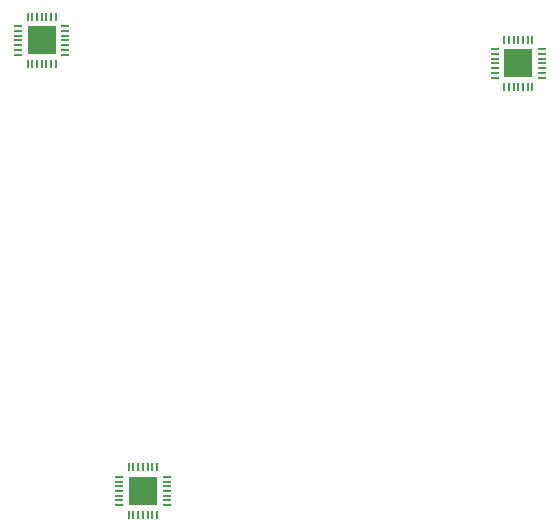
<source format=gbr>
G04 #@! TF.GenerationSoftware,KiCad,Pcbnew,(5.0.0-3-g5ebb6b6)*
G04 #@! TF.CreationDate,2019-09-09T21:31:56-07:00*
G04 #@! TF.ProjectId,panelizedpetr002,70616E656C697A656470657472303032,rev?*
G04 #@! TF.SameCoordinates,Original*
G04 #@! TF.FileFunction,Paste,Top*
G04 #@! TF.FilePolarity,Positive*
%FSLAX46Y46*%
G04 Gerber Fmt 4.6, Leading zero omitted, Abs format (unit mm)*
G04 Created by KiCad (PCBNEW (5.0.0-3-g5ebb6b6)) date Monday, September 09, 2019 at 09:31:56 PM*
%MOMM*%
%LPD*%
G01*
G04 APERTURE LIST*
%ADD10R,0.950000X0.950000*%
%ADD11R,2.350000X2.350000*%
%ADD12R,0.200000X0.800000*%
%ADD13R,0.800000X0.200000*%
G04 APERTURE END LIST*
D10*
G04 #@! TO.C,REF\002A\002A*
X75390500Y-71815200D03*
X74215500Y-71815200D03*
X74215500Y-72990200D03*
D11*
X74803000Y-72402700D03*
D10*
X75390500Y-72990200D03*
D12*
X73603000Y-70402700D03*
X74003000Y-70402700D03*
X74403000Y-70402700D03*
X74803000Y-70402700D03*
X75203000Y-70402700D03*
X75603000Y-70402700D03*
X76003000Y-70402700D03*
D13*
X76803000Y-71202700D03*
X76803000Y-71602700D03*
X76803000Y-72002700D03*
X76803000Y-72402700D03*
X76803000Y-72802700D03*
X76803000Y-73202700D03*
X76803000Y-73602700D03*
D12*
X76003000Y-74402700D03*
X75603000Y-74402700D03*
X75203000Y-74402700D03*
X74803000Y-74402700D03*
X74403000Y-74402700D03*
X74003000Y-74402700D03*
X73603000Y-74402700D03*
D13*
X72803000Y-73602700D03*
X72803000Y-73202700D03*
X72803000Y-72802700D03*
X72803000Y-72402700D03*
X72803000Y-72002700D03*
X72803000Y-71602700D03*
X72803000Y-71202700D03*
G04 #@! TD*
D10*
G04 #@! TO.C,REF\002A\002A*
X115738400Y-73771000D03*
X114563400Y-73771000D03*
X114563400Y-74946000D03*
D11*
X115150900Y-74358500D03*
D10*
X115738400Y-74946000D03*
D12*
X113950900Y-72358500D03*
X114350900Y-72358500D03*
X114750900Y-72358500D03*
X115150900Y-72358500D03*
X115550900Y-72358500D03*
X115950900Y-72358500D03*
X116350900Y-72358500D03*
D13*
X117150900Y-73158500D03*
X117150900Y-73558500D03*
X117150900Y-73958500D03*
X117150900Y-74358500D03*
X117150900Y-74758500D03*
X117150900Y-75158500D03*
X117150900Y-75558500D03*
D12*
X116350900Y-76358500D03*
X115950900Y-76358500D03*
X115550900Y-76358500D03*
X115150900Y-76358500D03*
X114750900Y-76358500D03*
X114350900Y-76358500D03*
X113950900Y-76358500D03*
D13*
X113150900Y-75558500D03*
X113150900Y-75158500D03*
X113150900Y-74758500D03*
X113150900Y-74358500D03*
X113150900Y-73958500D03*
X113150900Y-73558500D03*
X113150900Y-73158500D03*
G04 #@! TD*
D10*
G04 #@! TO.C,REF\002A\002A*
X83963000Y-111141000D03*
X83963000Y-109966000D03*
X82788000Y-109966000D03*
D11*
X83375500Y-110553500D03*
D10*
X82788000Y-111141000D03*
D13*
X85375500Y-109353500D03*
X85375500Y-109753500D03*
X85375500Y-110153500D03*
X85375500Y-110553500D03*
X85375500Y-110953500D03*
X85375500Y-111353500D03*
X85375500Y-111753500D03*
D12*
X84575500Y-112553500D03*
X84175500Y-112553500D03*
X83775500Y-112553500D03*
X83375500Y-112553500D03*
X82975500Y-112553500D03*
X82575500Y-112553500D03*
X82175500Y-112553500D03*
D13*
X81375500Y-111753500D03*
X81375500Y-111353500D03*
X81375500Y-110953500D03*
X81375500Y-110553500D03*
X81375500Y-110153500D03*
X81375500Y-109753500D03*
X81375500Y-109353500D03*
D12*
X82175500Y-108553500D03*
X82575500Y-108553500D03*
X82975500Y-108553500D03*
X83375500Y-108553500D03*
X83775500Y-108553500D03*
X84175500Y-108553500D03*
X84575500Y-108553500D03*
G04 #@! TD*
M02*

</source>
